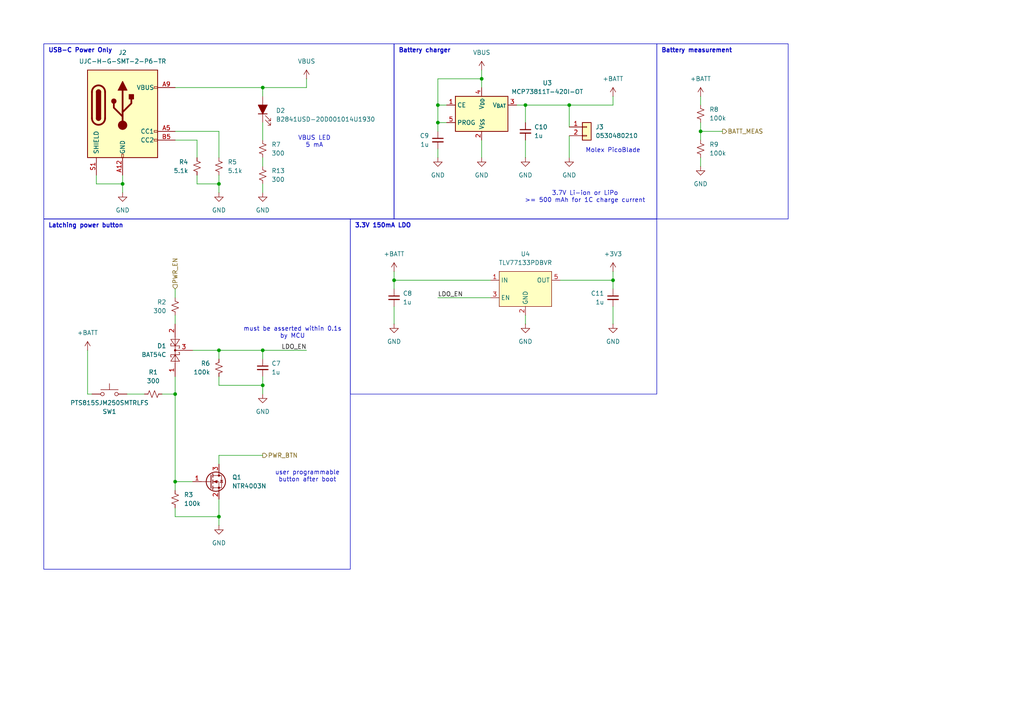
<source format=kicad_sch>
(kicad_sch (version 20250114) (generator "eeschema") (generator_version "9.0")
  (paper "A4")
  (title_block (title "LMP91000 Portable Potentiostat") (date "2026-01-26") (company "Clarkson University") (comment 1 "Center for Advanced PCB Design and Manufacturing"))
  (lib_symbols
    (symbol "Battery_Management:MCP73811T-420I-OT"
      (property "Reference" "U" (at -6.35 6.35 0))
      (property "Value" "MCP73811T-420I-OT" (at 1.27 6.35 0))
      (symbol "MCP73811T-420I-OT_0_1"
        (rectangle (start -7.62 5.08) (end 7.62 -5.08) (stroke (width 0.254)) (fill (type background)))
      )
      (symbol "MCP73811T-420I-OT_1_1"
        (pin input line (at -10.16 2.54 0) (length 2.54) (name "CE") (number "1"))
        (pin input line (at -10.16 -2.54 0) (length 2.54) (name "PROG") (number "5"))
        (pin power_in line (at 0 7.62 270) (length 2.54) (name "V_{DD}") (number "4"))
        (pin power_in line (at 0 -7.62 90) (length 2.54) (name "V_{SS}") (number "2"))
        (pin power_out line (at 10.16 2.54 180) (length 2.54) (name "V_{BAT}") (number "3"))
      )
    )
    (symbol "Connector:USB_C_Receptacle_PowerOnly_6P" (pin_names (offset 1.016))
      (property "Reference" "J" (at 0 16.51 0))
      (property "Value" "USB_C_Receptacle_PowerOnly_6P" (at 0 13.97 0))
      (symbol "USB_C_Receptacle_PowerOnly_6P_0_0"
        (rectangle (start -0.254 -12.7) (end 0.254 -11.684))
        (rectangle (start 10.16 7.874) (end 9.144 7.366))
        (rectangle (start 10.16 -4.826) (end 9.144 -5.334))
        (rectangle (start 10.16 -7.366) (end 9.144 -7.874))
      )
      (symbol "USB_C_Receptacle_PowerOnly_6P_0_1"
        (rectangle (start -10.16 12.7) (end 10.16 -12.7) (stroke (width 0.254)) (fill (type background)))
        (polyline (pts (xy -8.89 -1.27) (xy -8.89 6.35)) (stroke (width 0.508)))
        (rectangle (start -7.62 -1.27) (end -6.35 6.35) (stroke (width 0.254)) (fill (type outline)))
        (arc (start -7.62 6.35) (mid -6.985 6.9823) (end -6.35 6.35) (stroke (width 0.254)))
        (arc (start -7.62 6.35) (mid -6.985 6.9823) (end -6.35 6.35) (stroke (width 0.254)) (fill (type outline)))
        (arc (start -8.89 6.35) (mid -6.985 8.2467) (end -5.08 6.35) (stroke (width 0.508)))
        (arc (start -5.08 -1.27) (mid -6.985 -3.1667) (end -8.89 -1.27) (stroke (width 0.508)))
        (arc (start -6.35 -1.27) (mid -6.985 -1.9023) (end -7.62 -1.27) (stroke (width 0.254)))
        (arc (start -6.35 -1.27) (mid -6.985 -1.9023) (end -7.62 -1.27) (stroke (width 0.254)) (fill (type outline)))
        (polyline (pts (xy -5.08 6.35) (xy -5.08 -1.27)) (stroke (width 0.508)))
        (circle (center -2.54 3.683) (radius 0.635) (stroke (width 0.254)) (fill (type outline)))
        (polyline (pts (xy -1.27 6.858) (xy 0 9.398) (xy 1.27 6.858) (xy -1.27 6.858)) (stroke (width 0.254)) (fill (type outline)))
        (polyline (pts (xy 0 0.508) (xy 2.54 3.048) (xy 2.54 4.318)) (stroke (width 0.508)))
        (polyline (pts (xy 0 -0.762) (xy -2.54 1.778) (xy -2.54 3.048)) (stroke (width 0.508)))
        (polyline (pts (xy 0 -3.302) (xy 0 6.858)) (stroke (width 0.508)))
        (circle (center 0 -3.302) (radius 1.27) (fill (type outline)))
        (rectangle (start 1.905 4.318) (end 3.175 5.588) (stroke (width 0.254)) (fill (type outline)))
      )
      (symbol "USB_C_Receptacle_PowerOnly_6P_1_1"
        (pin passive line (at -7.62 -17.78 90) (length 5.08) (name "SHIELD") (number "S1"))
        (pin passive line (at 0 -17.78 90) (length 5.08) (name "GND") (number "A12"))
        (pin passive line (at 0 -17.78 90) (length 5.08) (hide yes) (name "GND") (number "B12"))
        (pin passive line (at 15.24 7.62 180) (length 5.08) (name "VBUS") (number "A9"))
        (pin passive line (at 15.24 7.62 180) (length 5.08) (hide yes) (name "VBUS") (number "B9"))
        (pin bidirectional line (at 15.24 -5.08 180) (length 5.08) (name "CC1") (number "A5"))
        (pin bidirectional line (at 15.24 -7.62 180) (length 5.08) (name "CC2") (number "B5"))
      )
    )
    (symbol "Connector_Generic:Conn_01x02" (pin_names (offset 1.016) (hide yes))
      (property "Reference" "J" (at 0 2.54 0))
      (property "Value" "Conn_01x02" (at 0 -5.08 0))
      (symbol "Conn_01x02_1_1"
        (rectangle (start -1.27 1.27) (end 1.27 -3.81) (stroke (width 0.254)) (fill (type background)))
        (rectangle (start -1.27 0.127) (end 0 -0.127) (stroke (width 0.1524)))
        (rectangle (start -1.27 -2.413) (end 0 -2.667) (stroke (width 0.1524)))
        (pin passive line (at -5.08 0 0) (length 3.81) (name "Pin_1") (number "1"))
        (pin passive line (at -5.08 -2.54 0) (length 3.81) (name "Pin_2") (number "2"))
      )
    )
    (symbol "Device:C_Small" (pin_numbers (hide yes)) (pin_names (offset 0.254) (hide yes))
      (property "Reference" "C" (at 0.254 1.778 0))
      (property "Value" "C_Small" (at 0.254 -2.032 0))
      (symbol "C_Small_0_1"
        (polyline (pts (xy -1.524 0.508) (xy 1.524 0.508)) (stroke (width 0.3048)))
        (polyline (pts (xy -1.524 -0.508) (xy 1.524 -0.508)) (stroke (width 0.3302)))
      )
      (symbol "C_Small_1_1"
        (pin passive line (at 0 2.54 270) (length 2.032) (name "~") (number "1"))
        (pin passive line (at 0 -2.54 90) (length 2.032) (name "~") (number "2"))
      )
    )
    (symbol "Device:LED_Filled" (pin_numbers (hide yes)) (pin_names (offset 1.016) (hide yes))
      (property "Reference" "D" (at 0 2.54 0))
      (property "Value" "LED_Filled" (at 0 -2.54 0))
      (property "Sim.Pins" "1=K 2=A" (at 0 0 0))
      (symbol "LED_Filled_0_1"
        (polyline (pts (xy -3.048 -0.762) (xy -4.572 -2.286) (xy -3.81 -2.286) (xy -4.572 -2.286) (xy -4.572 -1.524)))
        (polyline (pts (xy -1.778 -0.762) (xy -3.302 -2.286) (xy -2.54 -2.286) (xy -3.302 -2.286) (xy -3.302 -1.524)))
        (polyline (pts (xy -1.27 0) (xy 1.27 0)))
        (polyline (pts (xy -1.27 -1.27) (xy -1.27 1.27)) (stroke (width 0.254)))
        (polyline (pts (xy 1.27 -1.27) (xy 1.27 1.27) (xy -1.27 0) (xy 1.27 -1.27)) (stroke (width 0.254)) (fill (type outline)))
      )
      (symbol "LED_Filled_1_1"
        (pin passive line (at -3.81 0 0) (length 2.54) (name "K") (number "1"))
        (pin passive line (at 3.81 0 180) (length 2.54) (name "A") (number "2"))
      )
    )
    (symbol "Device:R_Small_US" (pin_numbers (hide yes)) (pin_names (offset 0.254) (hide yes))
      (property "Reference" "R" (at 0.762 0.508 0))
      (property "Value" "R_Small_US" (at 0.762 -1.016 0))
      (symbol "R_Small_US_1_1"
        (polyline (pts (xy 0 1.524) (xy 1.016 1.143) (xy 0 0.762) (xy -1.016 0.381) (xy 0 0)))
        (polyline (pts (xy 0 0) (xy 1.016 -0.381) (xy 0 -0.762) (xy -1.016 -1.143) (xy 0 -1.524)))
        (pin passive line (at 0 2.54 270) (length 1.016) (name "~") (number "1"))
        (pin passive line (at 0 -2.54 90) (length 1.016) (name "~") (number "2"))
      )
    )
    (symbol "Diode:BAT54C" (pin_names (offset 1.016))
      (property "Reference" "D" (at 0.635 -3.81 0))
      (property "Value" "BAT54C" (at -6.35 3.175 0))
      (symbol "BAT54C_0_1"
        (polyline (pts (xy -3.175 -1.27) (xy -3.175 1.27) (xy -1.27 0) (xy -3.175 -1.27)))
        (polyline (pts (xy -1.905 1.27) (xy -1.905 1.016)))
        (polyline (pts (xy -1.905 0) (xy 1.905 0)))
        (polyline (pts (xy -1.27 1.27) (xy -1.905 1.27)))
        (polyline (pts (xy -1.27 1.27) (xy -1.27 -1.27)))
        (polyline (pts (xy -1.27 0) (xy -3.81 0)))
        (polyline (pts (xy -1.27 -1.27) (xy -0.635 -1.27)))
        (polyline (pts (xy -0.635 -1.27) (xy -0.635 -1.016)))
        (circle (center 0 0) (radius 0.254) (fill (type outline)))
        (polyline (pts (xy 0.635 -1.27) (xy 0.635 -1.016)))
        (polyline (pts (xy 1.27 1.27) (xy 1.27 -1.27)))
        (polyline (pts (xy 1.27 1.27) (xy 1.905 1.27)))
        (polyline (pts (xy 1.27 -1.27) (xy 0.635 -1.27)))
        (polyline (pts (xy 1.905 1.27) (xy 1.905 1.016)))
        (polyline (pts (xy 3.175 -1.27) (xy 3.175 1.27) (xy 1.27 0) (xy 3.175 -1.27)))
        (polyline (pts (xy 3.81 0) (xy 1.27 0)))
      )
      (symbol "BAT54C_1_1"
        (pin passive line (at -7.62 0 0) (length 3.81) (name "~") (number "1"))
        (pin passive line (at 0 -5.08 90) (length 5.08) (name "~") (number "3"))
        (pin passive line (at 7.62 0 180) (length 3.81) (name "~") (number "2"))
      )
    )
    (symbol "Switch:SW_Push" (pin_numbers (hide yes)) (pin_names (offset 1.016) (hide yes))
      (property "Reference" "SW" (at 1.27 2.54 0))
      (property "Value" "SW_Push" (at 0 -1.524 0))
      (symbol "SW_Push_0_1"
        (circle (center -2.032 0) (radius 0.508))
        (polyline (pts (xy 0 1.27) (xy 0 3.048)))
        (circle (center 2.032 0) (radius 0.508))
        (polyline (pts (xy 2.54 1.27) (xy -2.54 1.27)))
        (pin passive line (at -5.08 0 0) (length 2.54) (name "1") (number "1"))
        (pin passive line (at 5.08 0 180) (length 2.54) (name "2") (number "2"))
      )
    )
    (symbol "TI_Regulator_Linear:TLV77133PDBVR"
      (property "Reference" "U" (at 0 3.81 0))
      (property "Value" "TLV77133PDBVR" (at 0 1.27 0))
      (symbol "TLV77133PDBVR_0_0"
        (pin power_in line (at -10.16 -2.54 0) (length 2.54) (name "IN") (number "1"))
        (pin input line (at -10.16 -7.62 0) (length 2.54) (name "EN") (number "3"))
        (pin power_in line (at 0 -12.7 90) (length 2.54) (name "GND") (number "2"))
        (pin no_connect line (at 0 -12.7 90) (length 2.54) (hide yes) (name "NC") (number "4"))
        (pin power_out line (at 10.16 -2.54 180) (length 2.54) (name "OUT") (number "5"))
      )
      (symbol "TLV77133PDBVR_1_1"
        (rectangle (start -7.62 0) (end 7.62 -10.16) (fill (type background)))
      )
    )
    (symbol "Transistor_FET:Q_NMOS_GSD" (pin_names (offset 0) (hide yes))
      (property "Reference" "Q" (at 5.08 1.905 0))
      (property "Value" "Q_NMOS_GSD" (at 5.08 0 0))
      (symbol "Q_NMOS_GSD_0_1"
        (polyline (pts (xy 0.254 1.905) (xy 0.254 -1.905)) (stroke (width 0.254)))
        (polyline (pts (xy 0.254 0) (xy -2.54 0)))
        (polyline (pts (xy 0.762 2.286) (xy 0.762 1.27)) (stroke (width 0.254)))
        (polyline (pts (xy 0.762 0.508) (xy 0.762 -0.508)) (stroke (width 0.254)))
        (polyline (pts (xy 0.762 -1.27) (xy 0.762 -2.286)) (stroke (width 0.254)))
        (polyline (pts (xy 0.762 -1.778) (xy 3.302 -1.778) (xy 3.302 1.778) (xy 0.762 1.778)))
        (polyline (pts (xy 1.016 0) (xy 2.032 0.381) (xy 2.032 -0.381) (xy 1.016 0)) (fill (type outline)))
        (circle (center 1.651 0) (radius 2.794) (stroke (width 0.254)))
        (polyline (pts (xy 2.54 2.54) (xy 2.54 1.778)))
        (circle (center 2.54 1.778) (radius 0.254) (fill (type outline)))
        (circle (center 2.54 -1.778) (radius 0.254) (fill (type outline)))
        (polyline (pts (xy 2.54 -2.54) (xy 2.54 0) (xy 0.762 0)))
        (polyline (pts (xy 2.921 0.381) (xy 3.683 0.381)))
        (polyline (pts (xy 3.302 0.381) (xy 2.921 -0.254) (xy 3.683 -0.254) (xy 3.302 0.381)))
      )
      (symbol "Q_NMOS_GSD_1_1"
        (pin input line (at -5.08 0 0) (length 2.54) (name "G") (number "1"))
        (pin passive line (at 2.54 5.08 270) (length 2.54) (name "D") (number "3"))
        (pin passive line (at 2.54 -5.08 90) (length 2.54) (name "S") (number "2"))
      )
    )
    (symbol "power:+3V3" (power) (pin_numbers (hide yes)) (pin_names (offset 0) (hide yes))
      (property "Value" "+3V3" (at 0 3.556 0))
      (symbol "+3V3_0_1"
        (polyline (pts (xy -0.762 1.27) (xy 0 2.54)))
        (polyline (pts (xy 0 2.54) (xy 0.762 1.27)))
        (polyline (pts (xy 0 0) (xy 0 2.54)))
      )
      (symbol "+3V3_1_1"
        (pin power_in line (at 0 0 90) (length 0) (name "~") (number "1"))
      )
    )
    (symbol "power:+BATT" (power) (pin_numbers (hide yes)) (pin_names (offset 0) (hide yes))
      (property "Value" "+BATT" (at 0 3.556 0))
      (symbol "+BATT_0_1"
        (polyline (pts (xy -0.762 1.27) (xy 0 2.54)))
        (polyline (pts (xy 0 2.54) (xy 0.762 1.27)))
        (polyline (pts (xy 0 0) (xy 0 2.54)))
      )
      (symbol "+BATT_1_1"
        (pin power_in line (at 0 0 90) (length 0) (name "~") (number "1"))
      )
    )
    (symbol "power:GND" (power) (pin_numbers (hide yes)) (pin_names (offset 0) (hide yes))
      (property "Value" "GND" (at 0 -3.81 0))
      (symbol "GND_0_1"
        (polyline (pts (xy 0 0) (xy 0 -1.27) (xy 1.27 -1.27) (xy 0 -2.54) (xy -1.27 -1.27) (xy 0 -1.27)))
      )
      (symbol "GND_1_1"
        (pin power_in line (at 0 0 270) (length 0) (name "~") (number "1"))
      )
    )
    (symbol "power:VBUS" (power) (pin_numbers (hide yes)) (pin_names (offset 0) (hide yes))
      (property "Value" "VBUS" (at 0 3.556 0))
      (symbol "VBUS_0_1"
        (polyline (pts (xy -0.762 1.27) (xy 0 2.54)))
        (polyline (pts (xy 0 2.54) (xy 0.762 1.27)))
        (polyline (pts (xy 0 0) (xy 0 2.54)))
      )
      (symbol "VBUS_1_1"
        (pin power_in line (at 0 0 90) (length 0) (name "~") (number "1"))
      )
    )
  )
  (rectangle (start 12.7 63.5) (end 101.6 165.1))
  (rectangle (start 12.7 12.7) (end 114.3 63.5))
  (rectangle (start 190.5 12.7) (end 228.6 63.5))
  (rectangle (start 114.3 12.7) (end 190.5 63.5))
  (rectangle (start 101.6 63.5) (end 190.5 114.3))
  (text "USB-C Power Only" (at 13.97 13.97 0) (effects (font (size 1.27 1.27) (thickness 0.254) (bold yes)) (justify left top)))
  (text "must be asserted within 0.1s\nby MCU" (at 84.836 96.52 0) (effects (font (size 1.27 1.27))))
  (text "3.7V Li-ion or LiPo\n>= 500 mAh for 1C charge current" (at 169.672 57.15 0) (effects (font (size 1.27 1.27))))
  (text "VBUS LED\n5 mA" (at 91.186 41.148 0) (effects (font (size 1.27 1.27))))
  (text "Molex PicoBlade" (at 177.8 43.688 0) (effects (font (size 1.27 1.27))))
  (text "Battery charger" (at 115.57 13.97 0) (effects (font (size 1.27 1.27) (thickness 0.254) (bold yes)) (justify left top)))
  (text "Battery measurement" (at 191.77 13.97 0) (effects (font (size 1.27 1.27) (thickness 0.254) (bold yes)) (justify left top)))
  (text "Latching power button" (at 13.97 64.77 0) (effects (font (size 1.27 1.27) (thickness 0.254) (bold yes)) (justify left top)))
  (text "3.3V 150mA LDO" (at 102.87 64.77 0) (effects (font (size 1.27 1.27) (thickness 0.254) (bold yes)) (justify left top)))
  (text "user programmable\nbutton after boot" (at 89.154 138.176 0) (effects (font (size 1.27 1.27))))
  (junction (at 76.2 111.76))
  (junction (at 139.7 22.86))
  (junction (at 76.2 101.6))
  (junction (at 50.8 114.3))
  (junction (at 63.5 101.6))
  (junction (at 76.2 25.4))
  (junction (at 152.4 30.48))
  (junction (at 177.8 81.28))
  (junction (at 63.5 53.34))
  (junction (at 203.2 38.1))
  (junction (at 127 30.48))
  (junction (at 127 35.56))
  (junction (at 35.56 53.34))
  (junction (at 50.8 139.7))
  (junction (at 165.1 30.48))
  (junction (at 114.3 81.28))
  (junction (at 63.5 149.86))
  (wire (pts (xy 139.7 40.64) (xy 139.7 45.72)))
  (wire (pts (xy 76.2 53.34) (xy 76.2 55.88)))
  (wire (pts (xy 63.5 53.34) (xy 63.5 55.88)))
  (wire (pts (xy 50.8 147.32) (xy 50.8 149.86)))
  (wire (pts (xy 57.15 53.34) (xy 63.5 53.34)))
  (wire (pts (xy 88.9 25.4) (xy 76.2 25.4)))
  (wire (pts (xy 165.1 39.37) (xy 165.1 45.72)))
  (wire (pts (xy 63.5 149.86) (xy 63.5 152.4)))
  (wire (pts (xy 203.2 38.1) (xy 203.2 40.64)))
  (wire (pts (xy 152.4 91.44) (xy 152.4 93.98)))
  (wire (pts (xy 139.7 20.32) (xy 139.7 22.86)))
  (wire (pts (xy 76.2 101.6) (xy 88.9 101.6)))
  (wire (pts (xy 149.86 30.48) (xy 152.4 30.48)))
  (wire (pts (xy 76.2 109.22) (xy 76.2 111.76)))
  (wire (pts (xy 63.5 101.6) (xy 63.5 104.14)))
  (wire (pts (xy 76.2 111.76) (xy 63.5 111.76)))
  (wire (pts (xy 127 43.18) (xy 127 45.72)))
  (wire (pts (xy 63.5 38.1) (xy 63.5 45.72)))
  (wire (pts (xy 203.2 38.1) (xy 209.55 38.1)))
  (wire (pts (xy 127 30.48) (xy 129.54 30.48)))
  (wire (pts (xy 177.8 27.94) (xy 177.8 30.48)))
  (wire (pts (xy 25.4 101.6) (xy 25.4 114.3)))
  (wire (pts (xy 57.15 53.34) (xy 57.15 50.8)))
  (wire (pts (xy 50.8 38.1) (xy 63.5 38.1)))
  (wire (pts (xy 57.15 40.64) (xy 57.15 45.72)))
  (wire (pts (xy 36.83 114.3) (xy 41.91 114.3)))
  (wire (pts (xy 76.2 132.08) (xy 63.5 132.08)))
  (wire (pts (xy 76.2 25.4) (xy 76.2 27.94)))
  (wire (pts (xy 50.8 25.4) (xy 76.2 25.4)))
  (wire (pts (xy 203.2 35.56) (xy 203.2 38.1)))
  (wire (pts (xy 127 30.48) (xy 127 35.56)))
  (wire (pts (xy 50.8 139.7) (xy 55.88 139.7)))
  (wire (pts (xy 35.56 53.34) (xy 35.56 55.88)))
  (wire (pts (xy 139.7 22.86) (xy 139.7 25.4)))
  (wire (pts (xy 152.4 40.64) (xy 152.4 45.72)))
  (wire (pts (xy 114.3 88.9) (xy 114.3 93.98)))
  (wire (pts (xy 50.8 83.82) (xy 50.8 86.36)))
  (wire (pts (xy 127 30.48) (xy 127 22.86)))
  (wire (pts (xy 63.5 109.22) (xy 63.5 111.76)))
  (wire (pts (xy 177.8 78.74) (xy 177.8 81.28)))
  (wire (pts (xy 76.2 111.76) (xy 76.2 114.3)))
  (wire (pts (xy 114.3 81.28) (xy 142.24 81.28)))
  (wire (pts (xy 165.1 30.48) (xy 152.4 30.48)))
  (wire (pts (xy 127 35.56) (xy 129.54 35.56)))
  (wire (pts (xy 114.3 81.28) (xy 114.3 83.82)))
  (wire (pts (xy 46.99 114.3) (xy 50.8 114.3)))
  (wire (pts (xy 55.88 101.6) (xy 63.5 101.6)))
  (wire (pts (xy 50.8 109.22) (xy 50.8 114.3)))
  (wire (pts (xy 177.8 81.28) (xy 162.56 81.28)))
  (wire (pts (xy 127 22.86) (xy 139.7 22.86)))
  (wire (pts (xy 165.1 36.83) (xy 165.1 30.48)))
  (wire (pts (xy 177.8 81.28) (xy 177.8 83.82)))
  (wire (pts (xy 203.2 27.94) (xy 203.2 30.48)))
  (wire (pts (xy 63.5 149.86) (xy 63.5 144.78)))
  (wire (pts (xy 50.8 114.3) (xy 50.8 139.7)))
  (wire (pts (xy 177.8 30.48) (xy 165.1 30.48)))
  (wire (pts (xy 127 86.36) (xy 142.24 86.36)))
  (wire (pts (xy 63.5 101.6) (xy 76.2 101.6)))
  (wire (pts (xy 177.8 88.9) (xy 177.8 93.98)))
  (wire (pts (xy 127 35.56) (xy 127 38.1)))
  (wire (pts (xy 76.2 45.72) (xy 76.2 48.26)))
  (wire (pts (xy 35.56 50.8) (xy 35.56 53.34)))
  (wire (pts (xy 76.2 35.56) (xy 76.2 40.64)))
  (wire (pts (xy 50.8 142.24) (xy 50.8 139.7)))
  (wire (pts (xy 152.4 35.56) (xy 152.4 30.48)))
  (wire (pts (xy 50.8 91.44) (xy 50.8 93.98)))
  (wire (pts (xy 25.4 114.3) (xy 26.67 114.3)))
  (wire (pts (xy 76.2 101.6) (xy 76.2 104.14)))
  (wire (pts (xy 203.2 45.72) (xy 203.2 48.26)))
  (wire (pts (xy 35.56 53.34) (xy 27.94 53.34)))
  (wire (pts (xy 88.9 22.86) (xy 88.9 25.4)))
  (wire (pts (xy 114.3 78.74) (xy 114.3 81.28)))
  (wire (pts (xy 63.5 53.34) (xy 63.5 50.8)))
  (wire (pts (xy 50.8 149.86) (xy 63.5 149.86)))
  (wire (pts (xy 27.94 53.34) (xy 27.94 50.8)))
  (wire (pts (xy 50.8 40.64) (xy 57.15 40.64)))
  (wire (pts (xy 63.5 132.08) (xy 63.5 134.62)))
  (label "LDO_EN" (at 127 86.36 0))
  (label "LDO_EN" (at 88.9 101.6 180))
  (hierarchical_label "BATT_MEAS" (shape output) (at 209.55 38.1 0))
  (hierarchical_label "PWR_EN" (shape input) (at 50.8 83.82 90))
  (hierarchical_label "PWR_BTN" (shape output) (at 76.2 132.08 0))
  (symbol (lib_id "Device:R_Small_US") (at 44.45 114.3 90) (unit 1)
    (property "Reference" "R1" (at 44.45 107.95 90))
    (property "Value" "300" (at 44.45 110.49 90))
    (property "Footprint" "Resistor_SMD:R_0402_1005Metric" (effects (hide yes)))
    (property "Description" "Resistor, small US symbol" (effects (hide yes)))
    (property "HQ_MPN" "RTT02301JTH" (effects (hide yes)))
  )
  (symbol (lib_id "Diode:BAT54C") (at 50.8 101.6 90) (unit 1)
    (property "Reference" "D1" (at 48.26 100.3299 90) (effects (justify left)))
    (property "Value" "BAT54C" (at 48.26 102.8699 90) (effects (justify left)))
    (property "Footprint" "Package_TO_SOT_SMD:SOT-23" (effects (hide yes)))
    (property "Datasheet" "http://www.diodes.com/_files/datasheets/ds11005.pdf" (effects (hide yes)))
    (property "Description" "dual schottky barrier diode, common cathode" (effects (hide yes)))
    (property "HQ_MPN" "DS0140568" (effects (hide yes)))
  )
  (symbol (lib_id "power:VBUS") (at 88.9 22.86 0) (unit 1)
    (property "Reference" "#PWR018" (effects (hide yes)))
    (property "Value" "VBUS" (at 88.9 17.78 0))
    (property "Description" "Power symbol creates a global label with name \"VBUS\"" (effects (hide yes)))
  )
  (symbol (lib_id "Device:C_Small") (at 76.2 106.68 0) (unit 1)
    (property "Reference" "C7" (at 78.74 105.4162 0) (effects (justify left)))
    (property "Value" "1u" (at 78.74 107.9562 0) (effects (justify left)))
    (property "Footprint" "Capacitor_SMD:C_0402_1005Metric" (effects (hide yes)))
    (property "Description" "Unpolarized capacitor, small symbol" (effects (hide yes)))
    (property "HQ_MPN" "CL05X105KP5NNNC" (effects (hide yes)))
  )
  (symbol (lib_id "power:GND") (at 177.8 93.98 0) (unit 1)
    (property "Reference" "#PWR028" (effects (hide yes)))
    (property "Value" "GND" (at 177.8 99.06 0))
    (property "Description" "Power symbol creates a global label with name \"GND\" , ground" (effects (hide yes)))
  )
  (symbol (lib_id "Device:C_Small") (at 152.4 38.1 0) (unit 1)
    (property "Reference" "C10" (at 154.94 36.8362 0) (effects (justify left)))
    (property "Value" "1u" (at 154.94 39.3762 0) (effects (justify left)))
    (property "Footprint" "Capacitor_SMD:C_0402_1005Metric" (effects (hide yes)))
    (property "Description" "Unpolarized capacitor, small symbol" (effects (hide yes)))
    (property "HQ_MPN" "CL05X105KP5NNNC" (effects (hide yes)))
  )
  (symbol (lib_id "power:+BATT") (at 25.4 101.6 0) (unit 1)
    (property "Reference" "#PWR012" (effects (hide yes)))
    (property "Value" "+BATT" (at 25.4 96.52 0))
    (property "Description" "Power symbol creates a global label with name \"+BATT\"" (effects (hide yes)))
  )
  (symbol (lib_id "power:+BATT") (at 114.3 78.74 0) (unit 1)
    (property "Reference" "#PWR019" (effects (hide yes)))
    (property "Value" "+BATT" (at 114.3 73.66 0))
    (property "Description" "Power symbol creates a global label with name \"+BATT\"" (effects (hide yes)))
  )
  (symbol (lib_id "Device:R_Small_US") (at 76.2 50.8 0) (unit 1)
    (property "Reference" "R13" (at 78.74 49.5299 0) (effects (justify left)))
    (property "Value" "300" (at 78.74 52.0699 0) (effects (justify left)))
    (property "Footprint" "Resistor_SMD:R_0402_1005Metric" (effects (hide yes)))
    (property "Description" "Resistor, small US symbol" (effects (hide yes)))
    (property "HQ_MPN" "RTT02301JTH" (effects (hide yes)))
  )
  (symbol (lib_id "Device:C_Small") (at 127 40.64 0) (mirror y) (unit 1)
    (property "Reference" "C9" (at 124.46 39.3762 0) (effects (justify left)))
    (property "Value" "1u" (at 124.46 41.9162 0) (effects (justify left)))
    (property "Footprint" "Capacitor_SMD:C_0402_1005Metric" (effects (hide yes)))
    (property "Description" "Unpolarized capacitor, small symbol" (effects (hide yes)))
    (property "HQ_MPN" "CL05X105KP5NNNC" (effects (hide yes)))
  )
  (symbol (lib_id "Device:LED_Filled") (at 76.2 31.75 90) (unit 1)
    (property "Reference" "D2" (at 80.01 32.0674 90) (effects (justify right)))
    (property "Value" "B2841USD-20D001014U1930" (at 80.01 34.6074 90) (effects (justify right)))
    (property "Footprint" "LED_SMD:LED_0402_1005Metric" (effects (hide yes)))
    (property "Datasheet" "https://mm.digikey.com/Volume0/opasdata/d220001/medias/docus/4496/B2841USD-20D001014U1930.pdf" (effects (hide yes)))
    (property "Description" "Light emitting diode, filled shape" (effects (hide yes)))
    (property "Sim.Pins" "1=K 2=A" (effects (hide yes)))
    (property "HQ_MPN" "F.0402.00003/P2-0402R1TS2-045T-001 " (effects (hide yes)))
  )
  (symbol (lib_id "Connector:USB_C_Receptacle_PowerOnly_6P") (at 35.56 33.02 0) (unit 1)
    (property "Reference" "J2" (at 35.56 15.24 0))
    (property "Value" "UJC-H-G-SMT-2-P6-TR" (at 35.56 17.78 0))
    (property "Footprint" "Connector_USB_SameSky:SAMESKY_UJC-H-G-SMT-2-P6-TR" (effects (hide yes)))
    (property "Datasheet" "https://www.usb.org/sites/default/files/documents/usb_type-c.zip" (effects (hide yes)))
    (property "Description" "USB Power-Only 6P Type-C Receptacle connector" (effects (hide yes)))
    (property "HQ_MPN" "UJC-H-G-SMT-2-P6-TR" (effects (hide yes)))
  )
  (symbol (lib_id "Transistor_FET:Q_NMOS_GSD") (at 60.96 139.7 0) (unit 1)
    (property "Reference" "Q1" (at 67.31 138.4299 0) (effects (justify left)))
    (property "Value" "NTR4003N" (at 67.31 140.9699 0) (effects (justify left)))
    (property "Footprint" "Package_TO_SOT_SMD:SOT-23" (effects (hide yes)))
    (property "Description" "N-MOSFET transistor, gate/source/drain" (effects (hide yes)))
    (property "HQ_MPN" "DS0188329" (effects (hide yes)))
  )
  (symbol (lib_id "power:+BATT") (at 203.2 27.94 0) (unit 1)
    (property "Reference" "#PWR030" (effects (hide yes)))
    (property "Value" "+BATT" (at 203.2 22.86 0))
    (property "Description" "Power symbol creates a global label with name \"+BATT\"" (effects (hide yes)))
  )
  (symbol (lib_id "Device:R_Small_US") (at 203.2 33.02 0) (unit 1)
    (property "Reference" "R8" (at 205.74 31.7499 0) (effects (justify left)))
    (property "Value" "100k" (at 205.74 34.2899 0) (effects (justify left)))
    (property "Footprint" "Resistor_SMD:R_0402_1005Metric" (effects (hide yes)))
    (property "Description" "Resistor, small US symbol" (effects (hide yes)))
    (property "HQ_MPN" "WR04X1003FTL" (effects (hide yes)))
  )
  (symbol (lib_id "power:+BATT") (at 177.8 27.94 0) (unit 1)
    (property "Reference" "#PWR029" (effects (hide yes)))
    (property "Value" "+BATT" (at 177.8 22.86 0))
    (property "Description" "Power symbol creates a global label with name \"+BATT\"" (effects (hide yes)))
  )
  (symbol (lib_id "Device:R_Small_US") (at 50.8 88.9 0) (unit 1)
    (property "Reference" "R2" (at 48.26 87.6299 0) (effects (justify right)))
    (property "Value" "300" (at 48.26 90.1699 0) (effects (justify right)))
    (property "Footprint" "Resistor_SMD:R_0402_1005Metric" (effects (hide yes)))
    (property "Description" "Resistor, small US symbol" (effects (hide yes)))
    (property "HQ_MPN" "RTT02301JTH" (effects (hide yes)))
  )
  (symbol (lib_id "Device:R_Small_US") (at 203.2 43.18 0) (unit 1)
    (property "Reference" "R9" (at 205.74 41.9099 0) (effects (justify left)))
    (property "Value" "100k" (at 205.74 44.4499 0) (effects (justify left)))
    (property "Footprint" "Resistor_SMD:R_0402_1005Metric" (effects (hide yes)))
    (property "Description" "Resistor, small US symbol" (effects (hide yes)))
    (property "HQ_MPN" "WR04X1003FTL" (effects (hide yes)))
  )
  (symbol (lib_id "power:GND") (at 203.2 48.26 0) (unit 1)
    (property "Reference" "#PWR031" (effects (hide yes)))
    (property "Value" "GND" (at 203.2 53.34 0))
    (property "Description" "Power symbol creates a global label with name \"GND\" , ground" (effects (hide yes)))
  )
  (symbol (lib_id "power:GND") (at 152.4 45.72 0) (unit 1)
    (property "Reference" "#PWR024" (effects (hide yes)))
    (property "Value" "GND" (at 152.4 50.8 0))
    (property "Description" "Power symbol creates a global label with name \"GND\" , ground" (effects (hide yes)))
  )
  (symbol (lib_id "power:VBUS") (at 139.7 20.32 0) (unit 1)
    (property "Reference" "#PWR022" (effects (hide yes)))
    (property "Value" "VBUS" (at 139.7 15.24 0))
    (property "Description" "Power symbol creates a global label with name \"VBUS\"" (effects (hide yes)))
  )
  (symbol (lib_id "power:GND") (at 139.7 45.72 0) (unit 1)
    (property "Reference" "#PWR023" (effects (hide yes)))
    (property "Value" "GND" (at 139.7 50.8 0))
    (property "Description" "Power symbol creates a global label with name \"GND\" , ground" (effects (hide yes)))
  )
  (symbol (lib_id "power:GND") (at 63.5 55.88 0) (unit 1)
    (property "Reference" "#PWR014" (effects (hide yes)))
    (property "Value" "GND" (at 63.5 60.96 0))
    (property "Description" "Power symbol creates a global label with name \"GND\" , ground" (effects (hide yes)))
  )
  (symbol (lib_id "Battery_Management:MCP73811T-420I-OT") (at 139.7 33.02 0) (unit 1)
    (property "Reference" "U3" (at 158.75 24.0598 0))
    (property "Value" "MCP73811T-420I-OT" (at 158.75 26.5998 0))
    (property "Footprint" "Package_TO_SOT_SMD:SOT-23-5" (effects (hide yes)))
    (property "Datasheet" "http://ww1.microchip.com/downloads/en/DeviceDoc/22036b.pdf" (effects (hide yes)))
    (property "Description" "Simple, Miniature Single-Cell, Fully Integrated Li-Ion / Li-Polymer Charge Management Controllers, 85mA/450mA, 4.2V, SOT23-5" (effects (hide yes)))
    (property "HQ_MPN" "MCP73811T-420I/OT" (effects (hide yes)))
  )
  (symbol (lib_id "power:GND") (at 76.2 114.3 0) (unit 1)
    (property "Reference" "#PWR017" (effects (hide yes)))
    (property "Value" "GND" (at 76.2 119.38 0))
    (property "Description" "Power symbol creates a global label with name \"GND\" , ground" (effects (hide yes)))
  )
  (symbol (lib_id "Device:C_Small") (at 114.3 86.36 0) (unit 1)
    (property "Reference" "C8" (at 116.84 85.0962 0) (effects (justify left)))
    (property "Value" "1u" (at 116.84 87.6362 0) (effects (justify left)))
    (property "Footprint" "Capacitor_SMD:C_0402_1005Metric" (effects (hide yes)))
    (property "Description" "Unpolarized capacitor, small symbol" (effects (hide yes)))
    (property "HQ_MPN" "CL05X105KP5NNNC" (effects (hide yes)))
  )
  (symbol (lib_id "power:GND") (at 35.56 55.88 0) (unit 1)
    (property "Reference" "#PWR013" (effects (hide yes)))
    (property "Value" "GND" (at 35.56 60.96 0))
    (property "Description" "Power symbol creates a global label with name \"GND\" , ground" (effects (hide yes)))
  )
  (symbol (lib_id "power:GND") (at 76.2 55.88 0) (unit 1)
    (property "Reference" "#PWR016" (effects (hide yes)))
    (property "Value" "GND" (at 76.2 60.96 0))
    (property "Description" "Power symbol creates a global label with name \"GND\" , ground" (effects (hide yes)))
  )
  (symbol (lib_id "Connector_Generic:Conn_01x02") (at 170.18 36.83 0) (unit 1)
    (property "Reference" "J3" (at 172.72 36.8299 0) (effects (justify left)))
    (property "Value" "0530480210" (at 172.72 39.3699 0) (effects (justify left)))
    (property "Footprint" "Connector_Molex:Molex_PicoBlade_53048-0210_1x02_P1.25mm_Horizontal" (effects (hide yes)))
    (property "Description" "Generic connector, single row, 01x02, script generated (kicad-library-utils/schlib/autogen/connector/)" (effects (hide yes)))
    (property "HQ_MPN" "530480210" (effects (hide yes)))
  )
  (symbol (lib_id "Device:C_Small") (at 177.8 86.36 0) (mirror y) (unit 1)
    (property "Reference" "C11" (at 175.26 85.0962 0) (effects (justify left)))
    (property "Value" "1u" (at 175.26 87.6362 0) (effects (justify left)))
    (property "Footprint" "Capacitor_SMD:C_0402_1005Metric" (effects (hide yes)))
    (property "Description" "Unpolarized capacitor, small symbol" (effects (hide yes)))
    (property "HQ_MPN" "CL05X105KP5NNNC" (effects (hide yes)))
  )
  (symbol (lib_id "power:GND") (at 165.1 45.72 0) (unit 1)
    (property "Reference" "#PWR026" (effects (hide yes)))
    (property "Value" "GND" (at 165.1 50.8 0))
    (property "Description" "Power symbol creates a global label with name \"GND\" , ground" (effects (hide yes)))
  )
  (symbol (lib_id "Device:R_Small_US") (at 57.15 48.26 180) (unit 1)
    (property "Reference" "R4" (at 54.61 46.99 0) (effects (justify left)))
    (property "Value" "5.1k" (at 54.61 49.53 0) (effects (justify left)))
    (property "Footprint" "Resistor_SMD:R_0402_1005Metric" (effects (hide yes)))
    (property "Description" "Resistor, small US symbol" (effects (hide yes)))
    (property "HQ_MPN" "WR04X5101FTL" (effects (hide yes)))
  )
  (symbol (lib_id "power:GND") (at 63.5 152.4 0) (unit 1)
    (property "Reference" "#PWR015" (effects (hide yes)))
    (property "Value" "GND" (at 63.5 157.48 0))
    (property "Description" "Power symbol creates a global label with name \"GND\" , ground" (effects (hide yes)))
  )
  (symbol (lib_id "Device:R_Small_US") (at 76.2 43.18 0) (unit 1)
    (property "Reference" "R7" (at 78.74 41.9099 0) (effects (justify left)))
    (property "Value" "300" (at 78.74 44.4499 0) (effects (justify left)))
    (property "Footprint" "Resistor_SMD:R_0402_1005Metric" (effects (hide yes)))
    (property "Description" "Resistor, small US symbol" (effects (hide yes)))
    (property "HQ_MPN" "RTT02301JTH" (effects (hide yes)))
  )
  (symbol (lib_id "power:GND") (at 114.3 93.98 0) (unit 1)
    (property "Reference" "#PWR020" (effects (hide yes)))
    (property "Value" "GND" (at 114.3 99.06 0))
    (property "Description" "Power symbol creates a global label with name \"GND\" , ground" (effects (hide yes)))
  )
  (symbol (lib_id "Device:R_Small_US") (at 63.5 48.26 180) (unit 1)
    (property "Reference" "R5" (at 66.04 46.9899 0) (effects (justify right)))
    (property "Value" "5.1k" (at 66.04 49.5299 0) (effects (justify right)))
    (property "Footprint" "Resistor_SMD:R_0402_1005Metric" (effects (hide yes)))
    (property "Description" "Resistor, small US symbol" (effects (hide yes)))
    (property "HQ_MPN" "WR04X5101FTL" (effects (hide yes)))
  )
  (symbol (lib_id "Device:R_Small_US") (at 50.8 144.78 0) (unit 1)
    (property "Reference" "R3" (at 53.34 143.5099 0) (effects (justify left)))
    (property "Value" "100k" (at 53.34 146.0499 0) (effects (justify left)))
    (property "Footprint" "Resistor_SMD:R_0402_1005Metric" (effects (hide yes)))
    (property "Description" "Resistor, small US symbol" (effects (hide yes)))
    (property "HQ_MPN" "WR04X1003FTL" (effects (hide yes)))
  )
  (symbol (lib_id "Switch:SW_Push") (at 31.75 114.3 0) (unit 1)
    (property "Reference" "SW1" (at 31.75 119.38 0))
    (property "Value" "PTS815SJM250SMTRLFS" (at 31.75 116.84 0))
    (property "Footprint" "PTS815_SJM_250_SMTR_LFS:SW_Push_PTS815_SJM_250_SMTR_LFS" (effects (hide yes)))
    (property "Description" "Push button switch, generic, two pins" (effects (hide yes)))
    (property "HQ_MPN" "SKRPADE010" (effects (hide yes)))
  )
  (symbol (lib_id "Device:R_Small_US") (at 63.5 106.68 0) (mirror y) (unit 1)
    (property "Reference" "R6" (at 60.96 105.4099 0) (effects (justify left)))
    (property "Value" "100k" (at 60.96 107.9499 0) (effects (justify left)))
    (property "Footprint" "Resistor_SMD:R_0402_1005Metric" (effects (hide yes)))
    (property "Description" "Resistor, small US symbol" (effects (hide yes)))
    (property "HQ_MPN" "WR04X1003FTL" (effects (hide yes)))
  )
  (symbol (lib_id "power:GND") (at 152.4 93.98 0) (unit 1)
    (property "Reference" "#PWR025" (effects (hide yes)))
    (property "Value" "GND" (at 152.4 99.06 0))
    (property "Description" "Power symbol creates a global label with name \"GND\" , ground" (effects (hide yes)))
  )
  (symbol (lib_id "power:+3V3") (at 177.8 78.74 0) (unit 1)
    (property "Reference" "#PWR027" (effects (hide yes)))
    (property "Value" "+3V3" (at 177.8 73.66 0))
    (property "Description" "Power symbol creates a global label with name \"+3V3\"" (effects (hide yes)))
  )
  (symbol (lib_id "TI_Regulator_Linear:TLV77133PDBVR") (at 152.4 78.74 0) (unit 1)
    (property "Reference" "U4" (at 152.4 73.66 0))
    (property "Value" "TLV77133PDBVR" (at 152.4 76.2 0))
    (property "Footprint" "Package_TO_SOT_SMD:SOT-23-5" (effects (hide yes)))
    (property "Datasheet" "https://www.ti.com/lit/ds/symlink/tlv771.pdf?ts=1746717697342&ref_url=https%253A%252F%252Fwww.ti.com%252Fproduct%252FTLV771" (effects (hide yes)))
    (property "Description" "Linear Voltage Regulator IC Positive Fixed 1 Output 150mA SOT-23-5 LDO" (effects (hide yes)))
    (property "HQ_MPN" "TLV77133PDBVR" (effects (hide yes)))
  )
  (symbol (lib_id "power:GND") (at 127 45.72 0) (unit 1)
    (property "Reference" "#PWR021" (effects (hide yes)))
    (property "Value" "GND" (at 127 50.8 0))
    (property "Description" "Power symbol creates a global label with name \"GND\" , ground" (effects (hide yes)))
  )
)
</source>
